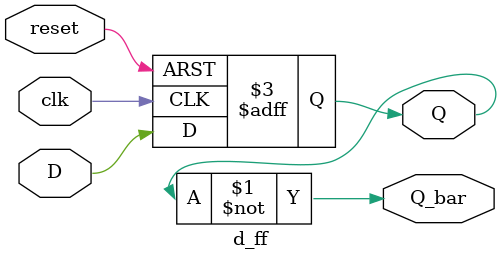
<source format=v>
module testbench;

    reg clk, reset;
    wire [1:0] q;

    // Instantiate the counter
    two_bit_counter uut(clk, reset, q);

    // Clock generation
    always #5 clk = ~clk;  // 10 time unit period

    initial begin
        $dumpfile("counter.vcd");
        $dumpvars(0, testbench);
        $display("Time=%0t | Counter = %b", $time, q);

        clk = 0;
        reset = 1;       // Apply reset
        #10;
        reset = 0;       // Release reset

        // Observe for several clock cycles
        repeat (10) begin
            #10;
            $display("Time=%0t | Counter = %b", $time, q);
        end

        $finish;
    end

endmodule



module two_bit_counter (
    input clk,
    input reset,
    output [1:0] q
);
    wire q0, q1;
    wire q0_bar, q1_bar;

    d_ff ff0(clk, reset, q0_bar, q0, q0_bar);         // Toggled every clock
    d_ff ff1(q0, reset, q1_bar, q1, q1_bar);           // Toggled on q0 rising

    assign q = {q1, q0};

endmodule



module d_ff (
    input clk,
    input reset,
    input D,
    output reg Q,
    output Q_bar
);
    assign Q_bar = ~Q;

    always @(posedge clk or posedge reset) begin
        if (reset)
            Q <= 1'b0;
        else
            Q <= D;
    end
endmodule


</source>
